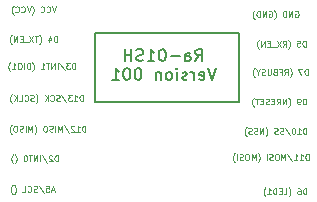
<source format=gbr>
%TF.GenerationSoftware,KiCad,Pcbnew,6.0.5-a6ca702e91~116~ubuntu20.04.1*%
%TF.CreationDate,2022-05-07T22:19:23-05:00*%
%TF.ProjectId,Ra-01SH_915MHz_shield_v001,52612d30-3153-4485-9f39-31354d487a5f,rev?*%
%TF.SameCoordinates,Original*%
%TF.FileFunction,Legend,Bot*%
%TF.FilePolarity,Positive*%
%FSLAX46Y46*%
G04 Gerber Fmt 4.6, Leading zero omitted, Abs format (unit mm)*
G04 Created by KiCad (PCBNEW 6.0.5-a6ca702e91~116~ubuntu20.04.1) date 2022-05-07 22:19:23*
%MOMM*%
%LPD*%
G01*
G04 APERTURE LIST*
%ADD10C,0.150000*%
%ADD11C,0.125000*%
G04 APERTURE END LIST*
D10*
X148300000Y-80400000D02*
X160500000Y-80400000D01*
X160500000Y-80400000D02*
X160500000Y-86200000D01*
X160500000Y-86200000D02*
X148300000Y-86200000D01*
X148300000Y-86200000D02*
X148300000Y-80400000D01*
D11*
X145004761Y-78126190D02*
X144838095Y-78626190D01*
X144671428Y-78126190D01*
X144219047Y-78578571D02*
X144242857Y-78602380D01*
X144314285Y-78626190D01*
X144361904Y-78626190D01*
X144433333Y-78602380D01*
X144480952Y-78554761D01*
X144504761Y-78507142D01*
X144528571Y-78411904D01*
X144528571Y-78340476D01*
X144504761Y-78245238D01*
X144480952Y-78197619D01*
X144433333Y-78150000D01*
X144361904Y-78126190D01*
X144314285Y-78126190D01*
X144242857Y-78150000D01*
X144219047Y-78173809D01*
X143719047Y-78578571D02*
X143742857Y-78602380D01*
X143814285Y-78626190D01*
X143861904Y-78626190D01*
X143933333Y-78602380D01*
X143980952Y-78554761D01*
X144004761Y-78507142D01*
X144028571Y-78411904D01*
X144028571Y-78340476D01*
X144004761Y-78245238D01*
X143980952Y-78197619D01*
X143933333Y-78150000D01*
X143861904Y-78126190D01*
X143814285Y-78126190D01*
X143742857Y-78150000D01*
X143719047Y-78173809D01*
X142980952Y-78816666D02*
X143004761Y-78792857D01*
X143052380Y-78721428D01*
X143076190Y-78673809D01*
X143100000Y-78602380D01*
X143123809Y-78483333D01*
X143123809Y-78388095D01*
X143100000Y-78269047D01*
X143076190Y-78197619D01*
X143052380Y-78150000D01*
X143004761Y-78078571D01*
X142980952Y-78054761D01*
X142861904Y-78126190D02*
X142695238Y-78626190D01*
X142528571Y-78126190D01*
X142076190Y-78578571D02*
X142100000Y-78602380D01*
X142171428Y-78626190D01*
X142219047Y-78626190D01*
X142290476Y-78602380D01*
X142338095Y-78554761D01*
X142361904Y-78507142D01*
X142385714Y-78411904D01*
X142385714Y-78340476D01*
X142361904Y-78245238D01*
X142338095Y-78197619D01*
X142290476Y-78150000D01*
X142219047Y-78126190D01*
X142171428Y-78126190D01*
X142100000Y-78150000D01*
X142076190Y-78173809D01*
X141576190Y-78578571D02*
X141600000Y-78602380D01*
X141671428Y-78626190D01*
X141719047Y-78626190D01*
X141790476Y-78602380D01*
X141838095Y-78554761D01*
X141861904Y-78507142D01*
X141885714Y-78411904D01*
X141885714Y-78340476D01*
X141861904Y-78245238D01*
X141838095Y-78197619D01*
X141790476Y-78150000D01*
X141719047Y-78126190D01*
X141671428Y-78126190D01*
X141600000Y-78150000D01*
X141576190Y-78173809D01*
X141409523Y-78816666D02*
X141385714Y-78792857D01*
X141338095Y-78721428D01*
X141314285Y-78673809D01*
X141290476Y-78602380D01*
X141266666Y-78483333D01*
X141266666Y-78388095D01*
X141290476Y-78269047D01*
X141314285Y-78197619D01*
X141338095Y-78150000D01*
X141385714Y-78078571D01*
X141409523Y-78054761D01*
X165266666Y-78550000D02*
X165314285Y-78526190D01*
X165385714Y-78526190D01*
X165457142Y-78550000D01*
X165504761Y-78597619D01*
X165528571Y-78645238D01*
X165552380Y-78740476D01*
X165552380Y-78811904D01*
X165528571Y-78907142D01*
X165504761Y-78954761D01*
X165457142Y-79002380D01*
X165385714Y-79026190D01*
X165338095Y-79026190D01*
X165266666Y-79002380D01*
X165242857Y-78978571D01*
X165242857Y-78811904D01*
X165338095Y-78811904D01*
X165028571Y-79026190D02*
X165028571Y-78526190D01*
X164742857Y-79026190D01*
X164742857Y-78526190D01*
X164504761Y-79026190D02*
X164504761Y-78526190D01*
X164385714Y-78526190D01*
X164314285Y-78550000D01*
X164266666Y-78597619D01*
X164242857Y-78645238D01*
X164219047Y-78740476D01*
X164219047Y-78811904D01*
X164242857Y-78907142D01*
X164266666Y-78954761D01*
X164314285Y-79002380D01*
X164385714Y-79026190D01*
X164504761Y-79026190D01*
X163480952Y-79216666D02*
X163504761Y-79192857D01*
X163552380Y-79121428D01*
X163576190Y-79073809D01*
X163600000Y-79002380D01*
X163623809Y-78883333D01*
X163623809Y-78788095D01*
X163600000Y-78669047D01*
X163576190Y-78597619D01*
X163552380Y-78550000D01*
X163504761Y-78478571D01*
X163480952Y-78454761D01*
X163028571Y-78550000D02*
X163076190Y-78526190D01*
X163147619Y-78526190D01*
X163219047Y-78550000D01*
X163266666Y-78597619D01*
X163290476Y-78645238D01*
X163314285Y-78740476D01*
X163314285Y-78811904D01*
X163290476Y-78907142D01*
X163266666Y-78954761D01*
X163219047Y-79002380D01*
X163147619Y-79026190D01*
X163100000Y-79026190D01*
X163028571Y-79002380D01*
X163004761Y-78978571D01*
X163004761Y-78811904D01*
X163100000Y-78811904D01*
X162790476Y-79026190D02*
X162790476Y-78526190D01*
X162504761Y-79026190D01*
X162504761Y-78526190D01*
X162266666Y-79026190D02*
X162266666Y-78526190D01*
X162147619Y-78526190D01*
X162076190Y-78550000D01*
X162028571Y-78597619D01*
X162004761Y-78645238D01*
X161980952Y-78740476D01*
X161980952Y-78811904D01*
X162004761Y-78907142D01*
X162028571Y-78954761D01*
X162076190Y-79002380D01*
X162147619Y-79026190D01*
X162266666Y-79026190D01*
X161814285Y-79216666D02*
X161790476Y-79192857D01*
X161742857Y-79121428D01*
X161719047Y-79073809D01*
X161695238Y-79002380D01*
X161671428Y-78883333D01*
X161671428Y-78788095D01*
X161695238Y-78669047D01*
X161719047Y-78597619D01*
X161742857Y-78550000D01*
X161790476Y-78478571D01*
X161814285Y-78454761D01*
X166207142Y-88926190D02*
X166207142Y-88426190D01*
X166088095Y-88426190D01*
X166016666Y-88450000D01*
X165969047Y-88497619D01*
X165945238Y-88545238D01*
X165921428Y-88640476D01*
X165921428Y-88711904D01*
X165945238Y-88807142D01*
X165969047Y-88854761D01*
X166016666Y-88902380D01*
X166088095Y-88926190D01*
X166207142Y-88926190D01*
X165445238Y-88926190D02*
X165730952Y-88926190D01*
X165588095Y-88926190D02*
X165588095Y-88426190D01*
X165635714Y-88497619D01*
X165683333Y-88545238D01*
X165730952Y-88569047D01*
X165135714Y-88426190D02*
X165088095Y-88426190D01*
X165040476Y-88450000D01*
X165016666Y-88473809D01*
X164992857Y-88521428D01*
X164969047Y-88616666D01*
X164969047Y-88735714D01*
X164992857Y-88830952D01*
X165016666Y-88878571D01*
X165040476Y-88902380D01*
X165088095Y-88926190D01*
X165135714Y-88926190D01*
X165183333Y-88902380D01*
X165207142Y-88878571D01*
X165230952Y-88830952D01*
X165254761Y-88735714D01*
X165254761Y-88616666D01*
X165230952Y-88521428D01*
X165207142Y-88473809D01*
X165183333Y-88450000D01*
X165135714Y-88426190D01*
X164397619Y-88402380D02*
X164826190Y-89045238D01*
X164254761Y-88902380D02*
X164183333Y-88926190D01*
X164064285Y-88926190D01*
X164016666Y-88902380D01*
X163992857Y-88878571D01*
X163969047Y-88830952D01*
X163969047Y-88783333D01*
X163992857Y-88735714D01*
X164016666Y-88711904D01*
X164064285Y-88688095D01*
X164159523Y-88664285D01*
X164207142Y-88640476D01*
X164230952Y-88616666D01*
X164254761Y-88569047D01*
X164254761Y-88521428D01*
X164230952Y-88473809D01*
X164207142Y-88450000D01*
X164159523Y-88426190D01*
X164040476Y-88426190D01*
X163969047Y-88450000D01*
X163778571Y-88902380D02*
X163707142Y-88926190D01*
X163588095Y-88926190D01*
X163540476Y-88902380D01*
X163516666Y-88878571D01*
X163492857Y-88830952D01*
X163492857Y-88783333D01*
X163516666Y-88735714D01*
X163540476Y-88711904D01*
X163588095Y-88688095D01*
X163683333Y-88664285D01*
X163730952Y-88640476D01*
X163754761Y-88616666D01*
X163778571Y-88569047D01*
X163778571Y-88521428D01*
X163754761Y-88473809D01*
X163730952Y-88450000D01*
X163683333Y-88426190D01*
X163564285Y-88426190D01*
X163492857Y-88450000D01*
X162754761Y-89116666D02*
X162778571Y-89092857D01*
X162826190Y-89021428D01*
X162850000Y-88973809D01*
X162873809Y-88902380D01*
X162897619Y-88783333D01*
X162897619Y-88688095D01*
X162873809Y-88569047D01*
X162850000Y-88497619D01*
X162826190Y-88450000D01*
X162778571Y-88378571D01*
X162754761Y-88354761D01*
X162564285Y-88926190D02*
X162564285Y-88426190D01*
X162278571Y-88926190D01*
X162278571Y-88426190D01*
X162064285Y-88902380D02*
X161992857Y-88926190D01*
X161873809Y-88926190D01*
X161826190Y-88902380D01*
X161802380Y-88878571D01*
X161778571Y-88830952D01*
X161778571Y-88783333D01*
X161802380Y-88735714D01*
X161826190Y-88711904D01*
X161873809Y-88688095D01*
X161969047Y-88664285D01*
X162016666Y-88640476D01*
X162040476Y-88616666D01*
X162064285Y-88569047D01*
X162064285Y-88521428D01*
X162040476Y-88473809D01*
X162016666Y-88450000D01*
X161969047Y-88426190D01*
X161850000Y-88426190D01*
X161778571Y-88450000D01*
X161588095Y-88902380D02*
X161516666Y-88926190D01*
X161397619Y-88926190D01*
X161350000Y-88902380D01*
X161326190Y-88878571D01*
X161302380Y-88830952D01*
X161302380Y-88783333D01*
X161326190Y-88735714D01*
X161350000Y-88711904D01*
X161397619Y-88688095D01*
X161492857Y-88664285D01*
X161540476Y-88640476D01*
X161564285Y-88616666D01*
X161588095Y-88569047D01*
X161588095Y-88521428D01*
X161564285Y-88473809D01*
X161540476Y-88450000D01*
X161492857Y-88426190D01*
X161373809Y-88426190D01*
X161302380Y-88450000D01*
X161135714Y-89116666D02*
X161111904Y-89092857D01*
X161064285Y-89021428D01*
X161040476Y-88973809D01*
X161016666Y-88902380D01*
X160992857Y-88783333D01*
X160992857Y-88688095D01*
X161016666Y-88569047D01*
X161040476Y-88497619D01*
X161064285Y-88450000D01*
X161111904Y-88378571D01*
X161135714Y-88354761D01*
X144833333Y-93683333D02*
X144595238Y-93683333D01*
X144880952Y-93826190D02*
X144714285Y-93326190D01*
X144547619Y-93826190D01*
X144142857Y-93326190D02*
X144380952Y-93326190D01*
X144404761Y-93564285D01*
X144380952Y-93540476D01*
X144333333Y-93516666D01*
X144214285Y-93516666D01*
X144166666Y-93540476D01*
X144142857Y-93564285D01*
X144119047Y-93611904D01*
X144119047Y-93730952D01*
X144142857Y-93778571D01*
X144166666Y-93802380D01*
X144214285Y-93826190D01*
X144333333Y-93826190D01*
X144380952Y-93802380D01*
X144404761Y-93778571D01*
X143547619Y-93302380D02*
X143976190Y-93945238D01*
X143404761Y-93802380D02*
X143333333Y-93826190D01*
X143214285Y-93826190D01*
X143166666Y-93802380D01*
X143142857Y-93778571D01*
X143119047Y-93730952D01*
X143119047Y-93683333D01*
X143142857Y-93635714D01*
X143166666Y-93611904D01*
X143214285Y-93588095D01*
X143309523Y-93564285D01*
X143357142Y-93540476D01*
X143380952Y-93516666D01*
X143404761Y-93469047D01*
X143404761Y-93421428D01*
X143380952Y-93373809D01*
X143357142Y-93350000D01*
X143309523Y-93326190D01*
X143190476Y-93326190D01*
X143119047Y-93350000D01*
X142619047Y-93778571D02*
X142642857Y-93802380D01*
X142714285Y-93826190D01*
X142761904Y-93826190D01*
X142833333Y-93802380D01*
X142880952Y-93754761D01*
X142904761Y-93707142D01*
X142928571Y-93611904D01*
X142928571Y-93540476D01*
X142904761Y-93445238D01*
X142880952Y-93397619D01*
X142833333Y-93350000D01*
X142761904Y-93326190D01*
X142714285Y-93326190D01*
X142642857Y-93350000D01*
X142619047Y-93373809D01*
X142166666Y-93826190D02*
X142404761Y-93826190D01*
X142404761Y-93326190D01*
X141476190Y-94016666D02*
X141500000Y-93992857D01*
X141547619Y-93921428D01*
X141571428Y-93873809D01*
X141595238Y-93802380D01*
X141619047Y-93683333D01*
X141619047Y-93588095D01*
X141595238Y-93469047D01*
X141571428Y-93397619D01*
X141547619Y-93350000D01*
X141500000Y-93278571D01*
X141476190Y-93254761D01*
X141333333Y-94016666D02*
X141309523Y-93992857D01*
X141261904Y-93921428D01*
X141238095Y-93873809D01*
X141214285Y-93802380D01*
X141190476Y-93683333D01*
X141190476Y-93588095D01*
X141214285Y-93469047D01*
X141238095Y-93397619D01*
X141261904Y-93350000D01*
X141309523Y-93278571D01*
X141333333Y-93254761D01*
X147502380Y-88726190D02*
X147502380Y-88226190D01*
X147383333Y-88226190D01*
X147311904Y-88250000D01*
X147264285Y-88297619D01*
X147240476Y-88345238D01*
X147216666Y-88440476D01*
X147216666Y-88511904D01*
X147240476Y-88607142D01*
X147264285Y-88654761D01*
X147311904Y-88702380D01*
X147383333Y-88726190D01*
X147502380Y-88726190D01*
X146740476Y-88726190D02*
X147026190Y-88726190D01*
X146883333Y-88726190D02*
X146883333Y-88226190D01*
X146930952Y-88297619D01*
X146978571Y-88345238D01*
X147026190Y-88369047D01*
X146550000Y-88273809D02*
X146526190Y-88250000D01*
X146478571Y-88226190D01*
X146359523Y-88226190D01*
X146311904Y-88250000D01*
X146288095Y-88273809D01*
X146264285Y-88321428D01*
X146264285Y-88369047D01*
X146288095Y-88440476D01*
X146573809Y-88726190D01*
X146264285Y-88726190D01*
X145692857Y-88202380D02*
X146121428Y-88845238D01*
X145526190Y-88726190D02*
X145526190Y-88226190D01*
X145359523Y-88583333D01*
X145192857Y-88226190D01*
X145192857Y-88726190D01*
X144954761Y-88726190D02*
X144954761Y-88226190D01*
X144740476Y-88702380D02*
X144669047Y-88726190D01*
X144550000Y-88726190D01*
X144502380Y-88702380D01*
X144478571Y-88678571D01*
X144454761Y-88630952D01*
X144454761Y-88583333D01*
X144478571Y-88535714D01*
X144502380Y-88511904D01*
X144550000Y-88488095D01*
X144645238Y-88464285D01*
X144692857Y-88440476D01*
X144716666Y-88416666D01*
X144740476Y-88369047D01*
X144740476Y-88321428D01*
X144716666Y-88273809D01*
X144692857Y-88250000D01*
X144645238Y-88226190D01*
X144526190Y-88226190D01*
X144454761Y-88250000D01*
X144145238Y-88226190D02*
X144050000Y-88226190D01*
X144002380Y-88250000D01*
X143954761Y-88297619D01*
X143930952Y-88392857D01*
X143930952Y-88559523D01*
X143954761Y-88654761D01*
X144002380Y-88702380D01*
X144050000Y-88726190D01*
X144145238Y-88726190D01*
X144192857Y-88702380D01*
X144240476Y-88654761D01*
X144264285Y-88559523D01*
X144264285Y-88392857D01*
X144240476Y-88297619D01*
X144192857Y-88250000D01*
X144145238Y-88226190D01*
X143192857Y-88916666D02*
X143216666Y-88892857D01*
X143264285Y-88821428D01*
X143288095Y-88773809D01*
X143311904Y-88702380D01*
X143335714Y-88583333D01*
X143335714Y-88488095D01*
X143311904Y-88369047D01*
X143288095Y-88297619D01*
X143264285Y-88250000D01*
X143216666Y-88178571D01*
X143192857Y-88154761D01*
X143002380Y-88726190D02*
X143002380Y-88226190D01*
X142835714Y-88583333D01*
X142669047Y-88226190D01*
X142669047Y-88726190D01*
X142430952Y-88726190D02*
X142430952Y-88226190D01*
X142216666Y-88702380D02*
X142145238Y-88726190D01*
X142026190Y-88726190D01*
X141978571Y-88702380D01*
X141954761Y-88678571D01*
X141930952Y-88630952D01*
X141930952Y-88583333D01*
X141954761Y-88535714D01*
X141978571Y-88511904D01*
X142026190Y-88488095D01*
X142121428Y-88464285D01*
X142169047Y-88440476D01*
X142192857Y-88416666D01*
X142216666Y-88369047D01*
X142216666Y-88321428D01*
X142192857Y-88273809D01*
X142169047Y-88250000D01*
X142121428Y-88226190D01*
X142002380Y-88226190D01*
X141930952Y-88250000D01*
X141621428Y-88226190D02*
X141526190Y-88226190D01*
X141478571Y-88250000D01*
X141430952Y-88297619D01*
X141407142Y-88392857D01*
X141407142Y-88559523D01*
X141430952Y-88654761D01*
X141478571Y-88702380D01*
X141526190Y-88726190D01*
X141621428Y-88726190D01*
X141669047Y-88702380D01*
X141716666Y-88654761D01*
X141740476Y-88559523D01*
X141740476Y-88392857D01*
X141716666Y-88297619D01*
X141669047Y-88250000D01*
X141621428Y-88226190D01*
X141240476Y-88916666D02*
X141216666Y-88892857D01*
X141169047Y-88821428D01*
X141145238Y-88773809D01*
X141121428Y-88702380D01*
X141097619Y-88583333D01*
X141097619Y-88488095D01*
X141121428Y-88369047D01*
X141145238Y-88297619D01*
X141169047Y-88250000D01*
X141216666Y-88178571D01*
X141240476Y-88154761D01*
D10*
X156814285Y-82747380D02*
X157147619Y-82271190D01*
X157385714Y-82747380D02*
X157385714Y-81747380D01*
X157004761Y-81747380D01*
X156909523Y-81795000D01*
X156861904Y-81842619D01*
X156814285Y-81937857D01*
X156814285Y-82080714D01*
X156861904Y-82175952D01*
X156909523Y-82223571D01*
X157004761Y-82271190D01*
X157385714Y-82271190D01*
X155957142Y-82747380D02*
X155957142Y-82223571D01*
X156004761Y-82128333D01*
X156100000Y-82080714D01*
X156290476Y-82080714D01*
X156385714Y-82128333D01*
X155957142Y-82699761D02*
X156052380Y-82747380D01*
X156290476Y-82747380D01*
X156385714Y-82699761D01*
X156433333Y-82604523D01*
X156433333Y-82509285D01*
X156385714Y-82414047D01*
X156290476Y-82366428D01*
X156052380Y-82366428D01*
X155957142Y-82318809D01*
X155480952Y-82366428D02*
X154719047Y-82366428D01*
X154052380Y-81747380D02*
X153957142Y-81747380D01*
X153861904Y-81795000D01*
X153814285Y-81842619D01*
X153766666Y-81937857D01*
X153719047Y-82128333D01*
X153719047Y-82366428D01*
X153766666Y-82556904D01*
X153814285Y-82652142D01*
X153861904Y-82699761D01*
X153957142Y-82747380D01*
X154052380Y-82747380D01*
X154147619Y-82699761D01*
X154195238Y-82652142D01*
X154242857Y-82556904D01*
X154290476Y-82366428D01*
X154290476Y-82128333D01*
X154242857Y-81937857D01*
X154195238Y-81842619D01*
X154147619Y-81795000D01*
X154052380Y-81747380D01*
X152766666Y-82747380D02*
X153338095Y-82747380D01*
X153052380Y-82747380D02*
X153052380Y-81747380D01*
X153147619Y-81890238D01*
X153242857Y-81985476D01*
X153338095Y-82033095D01*
X152385714Y-82699761D02*
X152242857Y-82747380D01*
X152004761Y-82747380D01*
X151909523Y-82699761D01*
X151861904Y-82652142D01*
X151814285Y-82556904D01*
X151814285Y-82461666D01*
X151861904Y-82366428D01*
X151909523Y-82318809D01*
X152004761Y-82271190D01*
X152195238Y-82223571D01*
X152290476Y-82175952D01*
X152338095Y-82128333D01*
X152385714Y-82033095D01*
X152385714Y-81937857D01*
X152338095Y-81842619D01*
X152290476Y-81795000D01*
X152195238Y-81747380D01*
X151957142Y-81747380D01*
X151814285Y-81795000D01*
X151385714Y-82747380D02*
X151385714Y-81747380D01*
X151385714Y-82223571D02*
X150814285Y-82223571D01*
X150814285Y-82747380D02*
X150814285Y-81747380D01*
X158528571Y-83357380D02*
X158195238Y-84357380D01*
X157861904Y-83357380D01*
X157147619Y-84309761D02*
X157242857Y-84357380D01*
X157433333Y-84357380D01*
X157528571Y-84309761D01*
X157576190Y-84214523D01*
X157576190Y-83833571D01*
X157528571Y-83738333D01*
X157433333Y-83690714D01*
X157242857Y-83690714D01*
X157147619Y-83738333D01*
X157100000Y-83833571D01*
X157100000Y-83928809D01*
X157576190Y-84024047D01*
X156671428Y-84357380D02*
X156671428Y-83690714D01*
X156671428Y-83881190D02*
X156623809Y-83785952D01*
X156576190Y-83738333D01*
X156480952Y-83690714D01*
X156385714Y-83690714D01*
X156100000Y-84309761D02*
X156004761Y-84357380D01*
X155814285Y-84357380D01*
X155719047Y-84309761D01*
X155671428Y-84214523D01*
X155671428Y-84166904D01*
X155719047Y-84071666D01*
X155814285Y-84024047D01*
X155957142Y-84024047D01*
X156052380Y-83976428D01*
X156100000Y-83881190D01*
X156100000Y-83833571D01*
X156052380Y-83738333D01*
X155957142Y-83690714D01*
X155814285Y-83690714D01*
X155719047Y-83738333D01*
X155242857Y-84357380D02*
X155242857Y-83690714D01*
X155242857Y-83357380D02*
X155290476Y-83405000D01*
X155242857Y-83452619D01*
X155195238Y-83405000D01*
X155242857Y-83357380D01*
X155242857Y-83452619D01*
X154623809Y-84357380D02*
X154719047Y-84309761D01*
X154766666Y-84262142D01*
X154814285Y-84166904D01*
X154814285Y-83881190D01*
X154766666Y-83785952D01*
X154719047Y-83738333D01*
X154623809Y-83690714D01*
X154480952Y-83690714D01*
X154385714Y-83738333D01*
X154338095Y-83785952D01*
X154290476Y-83881190D01*
X154290476Y-84166904D01*
X154338095Y-84262142D01*
X154385714Y-84309761D01*
X154480952Y-84357380D01*
X154623809Y-84357380D01*
X153861904Y-83690714D02*
X153861904Y-84357380D01*
X153861904Y-83785952D02*
X153814285Y-83738333D01*
X153719047Y-83690714D01*
X153576190Y-83690714D01*
X153480952Y-83738333D01*
X153433333Y-83833571D01*
X153433333Y-84357380D01*
X152004761Y-83357380D02*
X151909523Y-83357380D01*
X151814285Y-83405000D01*
X151766666Y-83452619D01*
X151719047Y-83547857D01*
X151671428Y-83738333D01*
X151671428Y-83976428D01*
X151719047Y-84166904D01*
X151766666Y-84262142D01*
X151814285Y-84309761D01*
X151909523Y-84357380D01*
X152004761Y-84357380D01*
X152100000Y-84309761D01*
X152147619Y-84262142D01*
X152195238Y-84166904D01*
X152242857Y-83976428D01*
X152242857Y-83738333D01*
X152195238Y-83547857D01*
X152147619Y-83452619D01*
X152100000Y-83405000D01*
X152004761Y-83357380D01*
X151052380Y-83357380D02*
X150957142Y-83357380D01*
X150861904Y-83405000D01*
X150814285Y-83452619D01*
X150766666Y-83547857D01*
X150719047Y-83738333D01*
X150719047Y-83976428D01*
X150766666Y-84166904D01*
X150814285Y-84262142D01*
X150861904Y-84309761D01*
X150957142Y-84357380D01*
X151052380Y-84357380D01*
X151147619Y-84309761D01*
X151195238Y-84262142D01*
X151242857Y-84166904D01*
X151290476Y-83976428D01*
X151290476Y-83738333D01*
X151242857Y-83547857D01*
X151195238Y-83452619D01*
X151147619Y-83405000D01*
X151052380Y-83357380D01*
X149766666Y-84357380D02*
X150338095Y-84357380D01*
X150052380Y-84357380D02*
X150052380Y-83357380D01*
X150147619Y-83500238D01*
X150242857Y-83595476D01*
X150338095Y-83643095D01*
D11*
X146633333Y-83426190D02*
X146633333Y-82926190D01*
X146514285Y-82926190D01*
X146442857Y-82950000D01*
X146395238Y-82997619D01*
X146371428Y-83045238D01*
X146347619Y-83140476D01*
X146347619Y-83211904D01*
X146371428Y-83307142D01*
X146395238Y-83354761D01*
X146442857Y-83402380D01*
X146514285Y-83426190D01*
X146633333Y-83426190D01*
X146180952Y-82926190D02*
X145871428Y-82926190D01*
X146038095Y-83116666D01*
X145966666Y-83116666D01*
X145919047Y-83140476D01*
X145895238Y-83164285D01*
X145871428Y-83211904D01*
X145871428Y-83330952D01*
X145895238Y-83378571D01*
X145919047Y-83402380D01*
X145966666Y-83426190D01*
X146109523Y-83426190D01*
X146157142Y-83402380D01*
X146180952Y-83378571D01*
X145300000Y-82902380D02*
X145728571Y-83545238D01*
X145133333Y-83426190D02*
X145133333Y-82926190D01*
X144895238Y-83426190D02*
X144895238Y-82926190D01*
X144609523Y-83426190D01*
X144609523Y-82926190D01*
X144442857Y-82926190D02*
X144157142Y-82926190D01*
X144300000Y-83426190D02*
X144300000Y-82926190D01*
X143728571Y-83426190D02*
X144014285Y-83426190D01*
X143871428Y-83426190D02*
X143871428Y-82926190D01*
X143919047Y-82997619D01*
X143966666Y-83045238D01*
X144014285Y-83069047D01*
X142990476Y-83616666D02*
X143014285Y-83592857D01*
X143061904Y-83521428D01*
X143085714Y-83473809D01*
X143109523Y-83402380D01*
X143133333Y-83283333D01*
X143133333Y-83188095D01*
X143109523Y-83069047D01*
X143085714Y-82997619D01*
X143061904Y-82950000D01*
X143014285Y-82878571D01*
X142990476Y-82854761D01*
X142800000Y-83426190D02*
X142800000Y-82926190D01*
X142680952Y-82926190D01*
X142609523Y-82950000D01*
X142561904Y-82997619D01*
X142538095Y-83045238D01*
X142514285Y-83140476D01*
X142514285Y-83211904D01*
X142538095Y-83307142D01*
X142561904Y-83354761D01*
X142609523Y-83402380D01*
X142680952Y-83426190D01*
X142800000Y-83426190D01*
X142300000Y-83426190D02*
X142300000Y-82926190D01*
X141966666Y-82926190D02*
X141871428Y-82926190D01*
X141823809Y-82950000D01*
X141776190Y-82997619D01*
X141752380Y-83092857D01*
X141752380Y-83259523D01*
X141776190Y-83354761D01*
X141823809Y-83402380D01*
X141871428Y-83426190D01*
X141966666Y-83426190D01*
X142014285Y-83402380D01*
X142061904Y-83354761D01*
X142085714Y-83259523D01*
X142085714Y-83092857D01*
X142061904Y-82997619D01*
X142014285Y-82950000D01*
X141966666Y-82926190D01*
X141276190Y-83426190D02*
X141561904Y-83426190D01*
X141419047Y-83426190D02*
X141419047Y-82926190D01*
X141466666Y-82997619D01*
X141514285Y-83045238D01*
X141561904Y-83069047D01*
X141109523Y-83616666D02*
X141085714Y-83592857D01*
X141038095Y-83521428D01*
X141014285Y-83473809D01*
X140990476Y-83402380D01*
X140966666Y-83283333D01*
X140966666Y-83188095D01*
X140990476Y-83069047D01*
X141014285Y-82997619D01*
X141038095Y-82950000D01*
X141085714Y-82878571D01*
X141109523Y-82854761D01*
X166209523Y-94026190D02*
X166209523Y-93526190D01*
X166090476Y-93526190D01*
X166019047Y-93550000D01*
X165971428Y-93597619D01*
X165947619Y-93645238D01*
X165923809Y-93740476D01*
X165923809Y-93811904D01*
X165947619Y-93907142D01*
X165971428Y-93954761D01*
X166019047Y-94002380D01*
X166090476Y-94026190D01*
X166209523Y-94026190D01*
X165495238Y-93526190D02*
X165590476Y-93526190D01*
X165638095Y-93550000D01*
X165661904Y-93573809D01*
X165709523Y-93645238D01*
X165733333Y-93740476D01*
X165733333Y-93930952D01*
X165709523Y-93978571D01*
X165685714Y-94002380D01*
X165638095Y-94026190D01*
X165542857Y-94026190D01*
X165495238Y-94002380D01*
X165471428Y-93978571D01*
X165447619Y-93930952D01*
X165447619Y-93811904D01*
X165471428Y-93764285D01*
X165495238Y-93740476D01*
X165542857Y-93716666D01*
X165638095Y-93716666D01*
X165685714Y-93740476D01*
X165709523Y-93764285D01*
X165733333Y-93811904D01*
X164709523Y-94216666D02*
X164733333Y-94192857D01*
X164780952Y-94121428D01*
X164804761Y-94073809D01*
X164828571Y-94002380D01*
X164852380Y-93883333D01*
X164852380Y-93788095D01*
X164828571Y-93669047D01*
X164804761Y-93597619D01*
X164780952Y-93550000D01*
X164733333Y-93478571D01*
X164709523Y-93454761D01*
X164280952Y-94026190D02*
X164519047Y-94026190D01*
X164519047Y-93526190D01*
X164114285Y-93764285D02*
X163947619Y-93764285D01*
X163876190Y-94026190D02*
X164114285Y-94026190D01*
X164114285Y-93526190D01*
X163876190Y-93526190D01*
X163661904Y-94026190D02*
X163661904Y-93526190D01*
X163542857Y-93526190D01*
X163471428Y-93550000D01*
X163423809Y-93597619D01*
X163400000Y-93645238D01*
X163376190Y-93740476D01*
X163376190Y-93811904D01*
X163400000Y-93907142D01*
X163423809Y-93954761D01*
X163471428Y-94002380D01*
X163542857Y-94026190D01*
X163661904Y-94026190D01*
X162900000Y-94026190D02*
X163185714Y-94026190D01*
X163042857Y-94026190D02*
X163042857Y-93526190D01*
X163090476Y-93597619D01*
X163138095Y-93645238D01*
X163185714Y-93669047D01*
X162733333Y-94216666D02*
X162709523Y-94192857D01*
X162661904Y-94121428D01*
X162638095Y-94073809D01*
X162614285Y-94002380D01*
X162590476Y-93883333D01*
X162590476Y-93788095D01*
X162614285Y-93669047D01*
X162638095Y-93597619D01*
X162661904Y-93550000D01*
X162709523Y-93478571D01*
X162733333Y-93454761D01*
X145100000Y-81126190D02*
X145100000Y-80626190D01*
X144980952Y-80626190D01*
X144909523Y-80650000D01*
X144861904Y-80697619D01*
X144838095Y-80745238D01*
X144814285Y-80840476D01*
X144814285Y-80911904D01*
X144838095Y-81007142D01*
X144861904Y-81054761D01*
X144909523Y-81102380D01*
X144980952Y-81126190D01*
X145100000Y-81126190D01*
X144385714Y-80792857D02*
X144385714Y-81126190D01*
X144504761Y-80602380D02*
X144623809Y-80959523D01*
X144314285Y-80959523D01*
X143600000Y-81316666D02*
X143623809Y-81292857D01*
X143671428Y-81221428D01*
X143695238Y-81173809D01*
X143719047Y-81102380D01*
X143742857Y-80983333D01*
X143742857Y-80888095D01*
X143719047Y-80769047D01*
X143695238Y-80697619D01*
X143671428Y-80650000D01*
X143623809Y-80578571D01*
X143600000Y-80554761D01*
X143480952Y-80626190D02*
X143195238Y-80626190D01*
X143338095Y-81126190D02*
X143338095Y-80626190D01*
X143076190Y-80626190D02*
X142742857Y-81126190D01*
X142742857Y-80626190D02*
X143076190Y-81126190D01*
X142671428Y-81173809D02*
X142290476Y-81173809D01*
X142171428Y-80864285D02*
X142004761Y-80864285D01*
X141933333Y-81126190D02*
X142171428Y-81126190D01*
X142171428Y-80626190D01*
X141933333Y-80626190D01*
X141719047Y-81126190D02*
X141719047Y-80626190D01*
X141433333Y-81126190D01*
X141433333Y-80626190D01*
X141242857Y-81316666D02*
X141219047Y-81292857D01*
X141171428Y-81221428D01*
X141147619Y-81173809D01*
X141123809Y-81102380D01*
X141100000Y-80983333D01*
X141100000Y-80888095D01*
X141123809Y-80769047D01*
X141147619Y-80697619D01*
X141171428Y-80650000D01*
X141219047Y-80578571D01*
X141242857Y-80554761D01*
X147271428Y-86126190D02*
X147271428Y-85626190D01*
X147152380Y-85626190D01*
X147080952Y-85650000D01*
X147033333Y-85697619D01*
X147009523Y-85745238D01*
X146985714Y-85840476D01*
X146985714Y-85911904D01*
X147009523Y-86007142D01*
X147033333Y-86054761D01*
X147080952Y-86102380D01*
X147152380Y-86126190D01*
X147271428Y-86126190D01*
X146509523Y-86126190D02*
X146795238Y-86126190D01*
X146652380Y-86126190D02*
X146652380Y-85626190D01*
X146700000Y-85697619D01*
X146747619Y-85745238D01*
X146795238Y-85769047D01*
X146342857Y-85626190D02*
X146033333Y-85626190D01*
X146200000Y-85816666D01*
X146128571Y-85816666D01*
X146080952Y-85840476D01*
X146057142Y-85864285D01*
X146033333Y-85911904D01*
X146033333Y-86030952D01*
X146057142Y-86078571D01*
X146080952Y-86102380D01*
X146128571Y-86126190D01*
X146271428Y-86126190D01*
X146319047Y-86102380D01*
X146342857Y-86078571D01*
X145461904Y-85602380D02*
X145890476Y-86245238D01*
X145319047Y-86102380D02*
X145247619Y-86126190D01*
X145128571Y-86126190D01*
X145080952Y-86102380D01*
X145057142Y-86078571D01*
X145033333Y-86030952D01*
X145033333Y-85983333D01*
X145057142Y-85935714D01*
X145080952Y-85911904D01*
X145128571Y-85888095D01*
X145223809Y-85864285D01*
X145271428Y-85840476D01*
X145295238Y-85816666D01*
X145319047Y-85769047D01*
X145319047Y-85721428D01*
X145295238Y-85673809D01*
X145271428Y-85650000D01*
X145223809Y-85626190D01*
X145104761Y-85626190D01*
X145033333Y-85650000D01*
X144533333Y-86078571D02*
X144557142Y-86102380D01*
X144628571Y-86126190D01*
X144676190Y-86126190D01*
X144747619Y-86102380D01*
X144795238Y-86054761D01*
X144819047Y-86007142D01*
X144842857Y-85911904D01*
X144842857Y-85840476D01*
X144819047Y-85745238D01*
X144795238Y-85697619D01*
X144747619Y-85650000D01*
X144676190Y-85626190D01*
X144628571Y-85626190D01*
X144557142Y-85650000D01*
X144533333Y-85673809D01*
X144319047Y-86126190D02*
X144319047Y-85626190D01*
X144033333Y-86126190D02*
X144247619Y-85840476D01*
X144033333Y-85626190D02*
X144319047Y-85911904D01*
X143295238Y-86316666D02*
X143319047Y-86292857D01*
X143366666Y-86221428D01*
X143390476Y-86173809D01*
X143414285Y-86102380D01*
X143438095Y-85983333D01*
X143438095Y-85888095D01*
X143414285Y-85769047D01*
X143390476Y-85697619D01*
X143366666Y-85650000D01*
X143319047Y-85578571D01*
X143295238Y-85554761D01*
X143128571Y-86102380D02*
X143057142Y-86126190D01*
X142938095Y-86126190D01*
X142890476Y-86102380D01*
X142866666Y-86078571D01*
X142842857Y-86030952D01*
X142842857Y-85983333D01*
X142866666Y-85935714D01*
X142890476Y-85911904D01*
X142938095Y-85888095D01*
X143033333Y-85864285D01*
X143080952Y-85840476D01*
X143104761Y-85816666D01*
X143128571Y-85769047D01*
X143128571Y-85721428D01*
X143104761Y-85673809D01*
X143080952Y-85650000D01*
X143033333Y-85626190D01*
X142914285Y-85626190D01*
X142842857Y-85650000D01*
X142342857Y-86078571D02*
X142366666Y-86102380D01*
X142438095Y-86126190D01*
X142485714Y-86126190D01*
X142557142Y-86102380D01*
X142604761Y-86054761D01*
X142628571Y-86007142D01*
X142652380Y-85911904D01*
X142652380Y-85840476D01*
X142628571Y-85745238D01*
X142604761Y-85697619D01*
X142557142Y-85650000D01*
X142485714Y-85626190D01*
X142438095Y-85626190D01*
X142366666Y-85650000D01*
X142342857Y-85673809D01*
X141890476Y-86126190D02*
X142128571Y-86126190D01*
X142128571Y-85626190D01*
X141723809Y-86126190D02*
X141723809Y-85626190D01*
X141438095Y-86126190D02*
X141652380Y-85840476D01*
X141438095Y-85626190D02*
X141723809Y-85911904D01*
X141271428Y-86316666D02*
X141247619Y-86292857D01*
X141200000Y-86221428D01*
X141176190Y-86173809D01*
X141152380Y-86102380D01*
X141128571Y-85983333D01*
X141128571Y-85888095D01*
X141152380Y-85769047D01*
X141176190Y-85697619D01*
X141200000Y-85650000D01*
X141247619Y-85578571D01*
X141271428Y-85554761D01*
X166402380Y-91126190D02*
X166402380Y-90626190D01*
X166283333Y-90626190D01*
X166211904Y-90650000D01*
X166164285Y-90697619D01*
X166140476Y-90745238D01*
X166116666Y-90840476D01*
X166116666Y-90911904D01*
X166140476Y-91007142D01*
X166164285Y-91054761D01*
X166211904Y-91102380D01*
X166283333Y-91126190D01*
X166402380Y-91126190D01*
X165640476Y-91126190D02*
X165926190Y-91126190D01*
X165783333Y-91126190D02*
X165783333Y-90626190D01*
X165830952Y-90697619D01*
X165878571Y-90745238D01*
X165926190Y-90769047D01*
X165164285Y-91126190D02*
X165450000Y-91126190D01*
X165307142Y-91126190D02*
X165307142Y-90626190D01*
X165354761Y-90697619D01*
X165402380Y-90745238D01*
X165450000Y-90769047D01*
X164592857Y-90602380D02*
X165021428Y-91245238D01*
X164426190Y-91126190D02*
X164426190Y-90626190D01*
X164259523Y-90983333D01*
X164092857Y-90626190D01*
X164092857Y-91126190D01*
X163759523Y-90626190D02*
X163664285Y-90626190D01*
X163616666Y-90650000D01*
X163569047Y-90697619D01*
X163545238Y-90792857D01*
X163545238Y-90959523D01*
X163569047Y-91054761D01*
X163616666Y-91102380D01*
X163664285Y-91126190D01*
X163759523Y-91126190D01*
X163807142Y-91102380D01*
X163854761Y-91054761D01*
X163878571Y-90959523D01*
X163878571Y-90792857D01*
X163854761Y-90697619D01*
X163807142Y-90650000D01*
X163759523Y-90626190D01*
X163354761Y-91102380D02*
X163283333Y-91126190D01*
X163164285Y-91126190D01*
X163116666Y-91102380D01*
X163092857Y-91078571D01*
X163069047Y-91030952D01*
X163069047Y-90983333D01*
X163092857Y-90935714D01*
X163116666Y-90911904D01*
X163164285Y-90888095D01*
X163259523Y-90864285D01*
X163307142Y-90840476D01*
X163330952Y-90816666D01*
X163354761Y-90769047D01*
X163354761Y-90721428D01*
X163330952Y-90673809D01*
X163307142Y-90650000D01*
X163259523Y-90626190D01*
X163140476Y-90626190D01*
X163069047Y-90650000D01*
X162854761Y-91126190D02*
X162854761Y-90626190D01*
X162092857Y-91316666D02*
X162116666Y-91292857D01*
X162164285Y-91221428D01*
X162188095Y-91173809D01*
X162211904Y-91102380D01*
X162235714Y-90983333D01*
X162235714Y-90888095D01*
X162211904Y-90769047D01*
X162188095Y-90697619D01*
X162164285Y-90650000D01*
X162116666Y-90578571D01*
X162092857Y-90554761D01*
X161902380Y-91126190D02*
X161902380Y-90626190D01*
X161735714Y-90983333D01*
X161569047Y-90626190D01*
X161569047Y-91126190D01*
X161235714Y-90626190D02*
X161140476Y-90626190D01*
X161092857Y-90650000D01*
X161045238Y-90697619D01*
X161021428Y-90792857D01*
X161021428Y-90959523D01*
X161045238Y-91054761D01*
X161092857Y-91102380D01*
X161140476Y-91126190D01*
X161235714Y-91126190D01*
X161283333Y-91102380D01*
X161330952Y-91054761D01*
X161354761Y-90959523D01*
X161354761Y-90792857D01*
X161330952Y-90697619D01*
X161283333Y-90650000D01*
X161235714Y-90626190D01*
X160830952Y-91102380D02*
X160759523Y-91126190D01*
X160640476Y-91126190D01*
X160592857Y-91102380D01*
X160569047Y-91078571D01*
X160545238Y-91030952D01*
X160545238Y-90983333D01*
X160569047Y-90935714D01*
X160592857Y-90911904D01*
X160640476Y-90888095D01*
X160735714Y-90864285D01*
X160783333Y-90840476D01*
X160807142Y-90816666D01*
X160830952Y-90769047D01*
X160830952Y-90721428D01*
X160807142Y-90673809D01*
X160783333Y-90650000D01*
X160735714Y-90626190D01*
X160616666Y-90626190D01*
X160545238Y-90650000D01*
X160330952Y-91126190D02*
X160330952Y-90626190D01*
X160140476Y-91316666D02*
X160116666Y-91292857D01*
X160069047Y-91221428D01*
X160045238Y-91173809D01*
X160021428Y-91102380D01*
X159997619Y-90983333D01*
X159997619Y-90888095D01*
X160021428Y-90769047D01*
X160045238Y-90697619D01*
X160069047Y-90650000D01*
X160116666Y-90578571D01*
X160140476Y-90554761D01*
X166185714Y-86426190D02*
X166185714Y-85926190D01*
X166066666Y-85926190D01*
X165995238Y-85950000D01*
X165947619Y-85997619D01*
X165923809Y-86045238D01*
X165900000Y-86140476D01*
X165900000Y-86211904D01*
X165923809Y-86307142D01*
X165947619Y-86354761D01*
X165995238Y-86402380D01*
X166066666Y-86426190D01*
X166185714Y-86426190D01*
X165661904Y-86426190D02*
X165566666Y-86426190D01*
X165519047Y-86402380D01*
X165495238Y-86378571D01*
X165447619Y-86307142D01*
X165423809Y-86211904D01*
X165423809Y-86021428D01*
X165447619Y-85973809D01*
X165471428Y-85950000D01*
X165519047Y-85926190D01*
X165614285Y-85926190D01*
X165661904Y-85950000D01*
X165685714Y-85973809D01*
X165709523Y-86021428D01*
X165709523Y-86140476D01*
X165685714Y-86188095D01*
X165661904Y-86211904D01*
X165614285Y-86235714D01*
X165519047Y-86235714D01*
X165471428Y-86211904D01*
X165447619Y-86188095D01*
X165423809Y-86140476D01*
X164685714Y-86616666D02*
X164709523Y-86592857D01*
X164757142Y-86521428D01*
X164780952Y-86473809D01*
X164804761Y-86402380D01*
X164828571Y-86283333D01*
X164828571Y-86188095D01*
X164804761Y-86069047D01*
X164780952Y-85997619D01*
X164757142Y-85950000D01*
X164709523Y-85878571D01*
X164685714Y-85854761D01*
X164495238Y-86426190D02*
X164495238Y-85926190D01*
X164209523Y-86426190D01*
X164209523Y-85926190D01*
X163685714Y-86426190D02*
X163852380Y-86188095D01*
X163971428Y-86426190D02*
X163971428Y-85926190D01*
X163780952Y-85926190D01*
X163733333Y-85950000D01*
X163709523Y-85973809D01*
X163685714Y-86021428D01*
X163685714Y-86092857D01*
X163709523Y-86140476D01*
X163733333Y-86164285D01*
X163780952Y-86188095D01*
X163971428Y-86188095D01*
X163471428Y-86164285D02*
X163304761Y-86164285D01*
X163233333Y-86426190D02*
X163471428Y-86426190D01*
X163471428Y-85926190D01*
X163233333Y-85926190D01*
X163042857Y-86402380D02*
X162971428Y-86426190D01*
X162852380Y-86426190D01*
X162804761Y-86402380D01*
X162780952Y-86378571D01*
X162757142Y-86330952D01*
X162757142Y-86283333D01*
X162780952Y-86235714D01*
X162804761Y-86211904D01*
X162852380Y-86188095D01*
X162947619Y-86164285D01*
X162995238Y-86140476D01*
X163019047Y-86116666D01*
X163042857Y-86069047D01*
X163042857Y-86021428D01*
X163019047Y-85973809D01*
X162995238Y-85950000D01*
X162947619Y-85926190D01*
X162828571Y-85926190D01*
X162757142Y-85950000D01*
X162542857Y-86164285D02*
X162376190Y-86164285D01*
X162304761Y-86426190D02*
X162542857Y-86426190D01*
X162542857Y-85926190D01*
X162304761Y-85926190D01*
X162161904Y-85926190D02*
X161876190Y-85926190D01*
X162019047Y-86426190D02*
X162019047Y-85926190D01*
X161757142Y-86616666D02*
X161733333Y-86592857D01*
X161685714Y-86521428D01*
X161661904Y-86473809D01*
X161638095Y-86402380D01*
X161614285Y-86283333D01*
X161614285Y-86188095D01*
X161638095Y-86069047D01*
X161661904Y-85997619D01*
X161685714Y-85950000D01*
X161733333Y-85878571D01*
X161757142Y-85854761D01*
X145164285Y-91226190D02*
X145164285Y-90726190D01*
X145045238Y-90726190D01*
X144973809Y-90750000D01*
X144926190Y-90797619D01*
X144902380Y-90845238D01*
X144878571Y-90940476D01*
X144878571Y-91011904D01*
X144902380Y-91107142D01*
X144926190Y-91154761D01*
X144973809Y-91202380D01*
X145045238Y-91226190D01*
X145164285Y-91226190D01*
X144688095Y-90773809D02*
X144664285Y-90750000D01*
X144616666Y-90726190D01*
X144497619Y-90726190D01*
X144450000Y-90750000D01*
X144426190Y-90773809D01*
X144402380Y-90821428D01*
X144402380Y-90869047D01*
X144426190Y-90940476D01*
X144711904Y-91226190D01*
X144402380Y-91226190D01*
X143830952Y-90702380D02*
X144259523Y-91345238D01*
X143664285Y-91226190D02*
X143664285Y-90726190D01*
X143426190Y-91226190D02*
X143426190Y-90726190D01*
X143140476Y-91226190D01*
X143140476Y-90726190D01*
X142973809Y-90726190D02*
X142688095Y-90726190D01*
X142830952Y-91226190D02*
X142830952Y-90726190D01*
X142426190Y-90726190D02*
X142378571Y-90726190D01*
X142330952Y-90750000D01*
X142307142Y-90773809D01*
X142283333Y-90821428D01*
X142259523Y-90916666D01*
X142259523Y-91035714D01*
X142283333Y-91130952D01*
X142307142Y-91178571D01*
X142330952Y-91202380D01*
X142378571Y-91226190D01*
X142426190Y-91226190D01*
X142473809Y-91202380D01*
X142497619Y-91178571D01*
X142521428Y-91130952D01*
X142545238Y-91035714D01*
X142545238Y-90916666D01*
X142521428Y-90821428D01*
X142497619Y-90773809D01*
X142473809Y-90750000D01*
X142426190Y-90726190D01*
X141521428Y-91416666D02*
X141545238Y-91392857D01*
X141592857Y-91321428D01*
X141616666Y-91273809D01*
X141640476Y-91202380D01*
X141664285Y-91083333D01*
X141664285Y-90988095D01*
X141640476Y-90869047D01*
X141616666Y-90797619D01*
X141592857Y-90750000D01*
X141545238Y-90678571D01*
X141521428Y-90654761D01*
X141378571Y-91416666D02*
X141354761Y-91392857D01*
X141307142Y-91321428D01*
X141283333Y-91273809D01*
X141259523Y-91202380D01*
X141235714Y-91083333D01*
X141235714Y-90988095D01*
X141259523Y-90869047D01*
X141283333Y-90797619D01*
X141307142Y-90750000D01*
X141354761Y-90678571D01*
X141378571Y-90654761D01*
X166159523Y-81526190D02*
X166159523Y-81026190D01*
X166040476Y-81026190D01*
X165969047Y-81050000D01*
X165921428Y-81097619D01*
X165897619Y-81145238D01*
X165873809Y-81240476D01*
X165873809Y-81311904D01*
X165897619Y-81407142D01*
X165921428Y-81454761D01*
X165969047Y-81502380D01*
X166040476Y-81526190D01*
X166159523Y-81526190D01*
X165421428Y-81026190D02*
X165659523Y-81026190D01*
X165683333Y-81264285D01*
X165659523Y-81240476D01*
X165611904Y-81216666D01*
X165492857Y-81216666D01*
X165445238Y-81240476D01*
X165421428Y-81264285D01*
X165397619Y-81311904D01*
X165397619Y-81430952D01*
X165421428Y-81478571D01*
X165445238Y-81502380D01*
X165492857Y-81526190D01*
X165611904Y-81526190D01*
X165659523Y-81502380D01*
X165683333Y-81478571D01*
X164659523Y-81716666D02*
X164683333Y-81692857D01*
X164730952Y-81621428D01*
X164754761Y-81573809D01*
X164778571Y-81502380D01*
X164802380Y-81383333D01*
X164802380Y-81288095D01*
X164778571Y-81169047D01*
X164754761Y-81097619D01*
X164730952Y-81050000D01*
X164683333Y-80978571D01*
X164659523Y-80954761D01*
X164183333Y-81526190D02*
X164350000Y-81288095D01*
X164469047Y-81526190D02*
X164469047Y-81026190D01*
X164278571Y-81026190D01*
X164230952Y-81050000D01*
X164207142Y-81073809D01*
X164183333Y-81121428D01*
X164183333Y-81192857D01*
X164207142Y-81240476D01*
X164230952Y-81264285D01*
X164278571Y-81288095D01*
X164469047Y-81288095D01*
X164016666Y-81026190D02*
X163683333Y-81526190D01*
X163683333Y-81026190D02*
X164016666Y-81526190D01*
X163611904Y-81573809D02*
X163230952Y-81573809D01*
X163111904Y-81264285D02*
X162945238Y-81264285D01*
X162873809Y-81526190D02*
X163111904Y-81526190D01*
X163111904Y-81026190D01*
X162873809Y-81026190D01*
X162659523Y-81526190D02*
X162659523Y-81026190D01*
X162373809Y-81526190D01*
X162373809Y-81026190D01*
X162183333Y-81716666D02*
X162159523Y-81692857D01*
X162111904Y-81621428D01*
X162088095Y-81573809D01*
X162064285Y-81502380D01*
X162040476Y-81383333D01*
X162040476Y-81288095D01*
X162064285Y-81169047D01*
X162088095Y-81097619D01*
X162111904Y-81050000D01*
X162159523Y-80978571D01*
X162183333Y-80954761D01*
X166321428Y-83926190D02*
X166321428Y-83426190D01*
X166202380Y-83426190D01*
X166130952Y-83450000D01*
X166083333Y-83497619D01*
X166059523Y-83545238D01*
X166035714Y-83640476D01*
X166035714Y-83711904D01*
X166059523Y-83807142D01*
X166083333Y-83854761D01*
X166130952Y-83902380D01*
X166202380Y-83926190D01*
X166321428Y-83926190D01*
X165869047Y-83426190D02*
X165535714Y-83426190D01*
X165750000Y-83926190D01*
X164821428Y-84116666D02*
X164845238Y-84092857D01*
X164892857Y-84021428D01*
X164916666Y-83973809D01*
X164940476Y-83902380D01*
X164964285Y-83783333D01*
X164964285Y-83688095D01*
X164940476Y-83569047D01*
X164916666Y-83497619D01*
X164892857Y-83450000D01*
X164845238Y-83378571D01*
X164821428Y-83354761D01*
X164345238Y-83926190D02*
X164511904Y-83688095D01*
X164630952Y-83926190D02*
X164630952Y-83426190D01*
X164440476Y-83426190D01*
X164392857Y-83450000D01*
X164369047Y-83473809D01*
X164345238Y-83521428D01*
X164345238Y-83592857D01*
X164369047Y-83640476D01*
X164392857Y-83664285D01*
X164440476Y-83688095D01*
X164630952Y-83688095D01*
X163964285Y-83664285D02*
X164130952Y-83664285D01*
X164130952Y-83926190D02*
X164130952Y-83426190D01*
X163892857Y-83426190D01*
X163535714Y-83664285D02*
X163464285Y-83688095D01*
X163440476Y-83711904D01*
X163416666Y-83759523D01*
X163416666Y-83830952D01*
X163440476Y-83878571D01*
X163464285Y-83902380D01*
X163511904Y-83926190D01*
X163702380Y-83926190D01*
X163702380Y-83426190D01*
X163535714Y-83426190D01*
X163488095Y-83450000D01*
X163464285Y-83473809D01*
X163440476Y-83521428D01*
X163440476Y-83569047D01*
X163464285Y-83616666D01*
X163488095Y-83640476D01*
X163535714Y-83664285D01*
X163702380Y-83664285D01*
X163202380Y-83426190D02*
X163202380Y-83830952D01*
X163178571Y-83878571D01*
X163154761Y-83902380D01*
X163107142Y-83926190D01*
X163011904Y-83926190D01*
X162964285Y-83902380D01*
X162940476Y-83878571D01*
X162916666Y-83830952D01*
X162916666Y-83426190D01*
X162702380Y-83902380D02*
X162630952Y-83926190D01*
X162511904Y-83926190D01*
X162464285Y-83902380D01*
X162440476Y-83878571D01*
X162416666Y-83830952D01*
X162416666Y-83783333D01*
X162440476Y-83735714D01*
X162464285Y-83711904D01*
X162511904Y-83688095D01*
X162607142Y-83664285D01*
X162654761Y-83640476D01*
X162678571Y-83616666D01*
X162702380Y-83569047D01*
X162702380Y-83521428D01*
X162678571Y-83473809D01*
X162654761Y-83450000D01*
X162607142Y-83426190D01*
X162488095Y-83426190D01*
X162416666Y-83450000D01*
X162107142Y-83688095D02*
X162107142Y-83926190D01*
X162273809Y-83426190D02*
X162107142Y-83688095D01*
X161940476Y-83426190D01*
X161821428Y-84116666D02*
X161797619Y-84092857D01*
X161750000Y-84021428D01*
X161726190Y-83973809D01*
X161702380Y-83902380D01*
X161678571Y-83783333D01*
X161678571Y-83688095D01*
X161702380Y-83569047D01*
X161726190Y-83497619D01*
X161750000Y-83450000D01*
X161797619Y-83378571D01*
X161821428Y-83354761D01*
M02*

</source>
